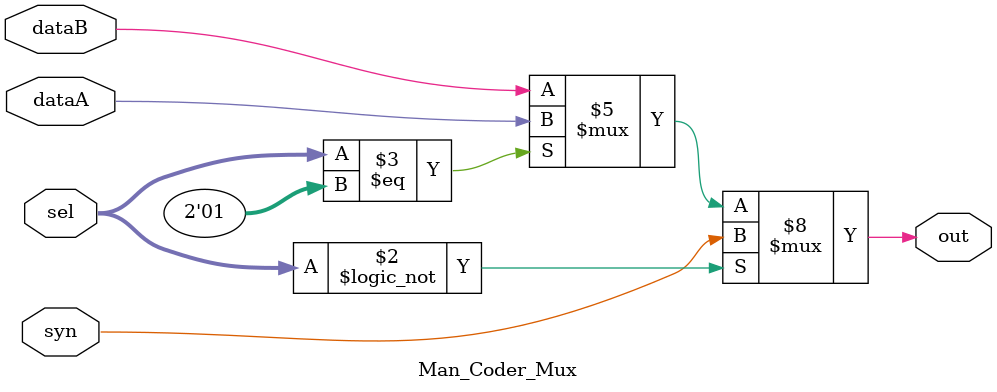
<source format=sv>
module Man_Coder_Mux (
	input syn, dataA, dataB,
	input [1:0] sel,
	output reg out
	);
	
always @(sel[0] or sel[1]) begin
	if (sel == 2'b00) begin
		out <= syn;
	end
	else if (sel == 2'b01) begin
		out <= dataA;
	end
	else begin
		out <= dataB;
	end
end
endmodule

</source>
